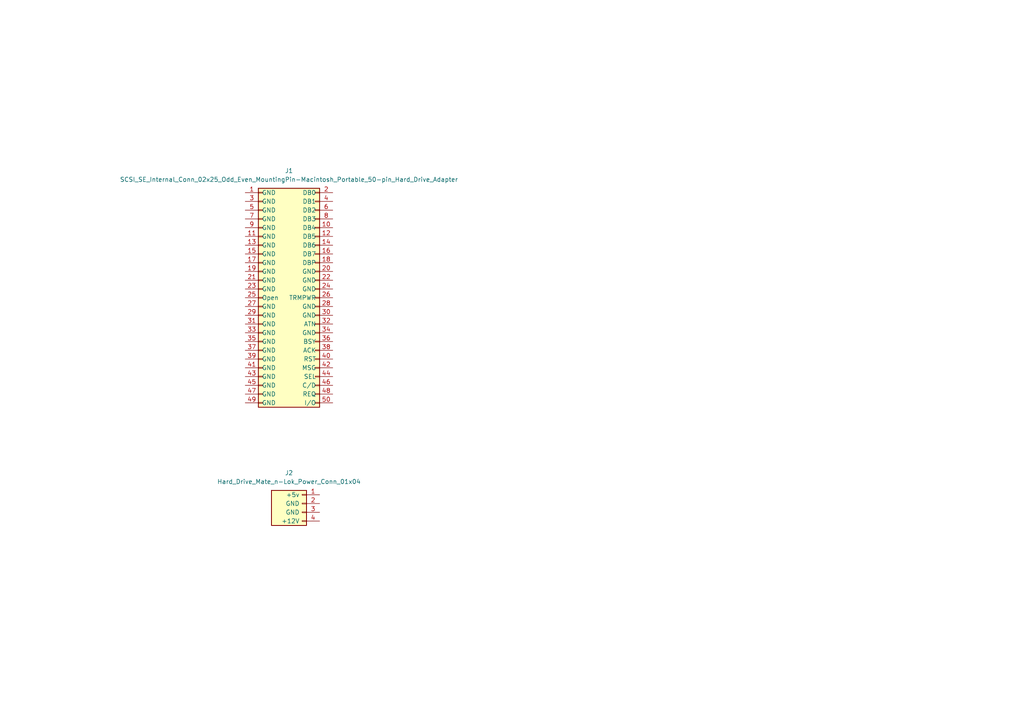
<source format=kicad_sch>
(kicad_sch (version 20211123) (generator eeschema)

  (uuid 401ead9c-288f-45c4-9f3b-dda29c514353)

  (paper "A4")

  (lib_symbols
    (symbol "project:Hard_Drive_Mate_n-Lok_Power_Conn_01x04" (pin_names (offset 2)) (in_bom yes) (on_board yes)
      (property "Reference" "J" (id 0) (at 0 6.35 0)
        (effects (font (size 1.27 1.27)))
      )
      (property "Value" "Hard_Drive_Mate_n-Lok_Power_Conn_01x04" (id 1) (at 0 -7.62 0)
        (effects (font (size 1.27 1.27)))
      )
      (property "Footprint" "" (id 2) (at 3.81 1.27 0)
        (effects (font (size 1.27 1.27)) hide)
      )
      (property "Datasheet" "~" (id 3) (at 3.81 1.27 0)
        (effects (font (size 1.27 1.27)) hide)
      )
      (property "ki_keywords" "connector" (id 4) (at 0 0 0)
        (effects (font (size 1.27 1.27)) hide)
      )
      (property "ki_description" "Generic connector, single row, 01x04, script generated (kicad-library-utils/schlib/autogen/connector/)" (id 5) (at 0 0 0)
        (effects (font (size 1.27 1.27)) hide)
      )
      (property "ki_fp_filters" "Connector*:*_1x??_*" (id 6) (at 0 0 0)
        (effects (font (size 1.27 1.27)) hide)
      )
      (symbol "Hard_Drive_Mate_n-Lok_Power_Conn_01x04_1_1"
        (rectangle (start -5.08 -5.08) (end 5.08 5.08)
          (stroke (width 0.254) (type default) (color 0 0 0 0))
          (fill (type background))
        )
        (rectangle (start 3.81 -3.937) (end 5.08 -3.683)
          (stroke (width 0.1524) (type default) (color 0 0 0 0))
          (fill (type none))
        )
        (rectangle (start 3.81 -1.397) (end 5.08 -1.143)
          (stroke (width 0.1524) (type default) (color 0 0 0 0))
          (fill (type none))
        )
        (rectangle (start 3.81 1.143) (end 5.08 1.397)
          (stroke (width 0.1524) (type default) (color 0 0 0 0))
          (fill (type none))
        )
        (rectangle (start 3.81 3.683) (end 5.08 3.937)
          (stroke (width 0.1524) (type default) (color 0 0 0 0))
          (fill (type none))
        )
        (pin output line (at 8.89 3.81 180) (length 3.81)
          (name "+5v" (effects (font (size 1.27 1.27))))
          (number "1" (effects (font (size 1.27 1.27))))
        )
        (pin power_out line (at 8.89 1.27 180) (length 3.81)
          (name "GND" (effects (font (size 1.27 1.27))))
          (number "2" (effects (font (size 1.27 1.27))))
        )
        (pin power_out line (at 8.89 -1.27 180) (length 3.81)
          (name "GND" (effects (font (size 1.27 1.27))))
          (number "3" (effects (font (size 1.27 1.27))))
        )
        (pin power_out line (at 8.89 -3.81 180) (length 3.81)
          (name "+12V" (effects (font (size 1.27 1.27))))
          (number "4" (effects (font (size 1.27 1.27))))
        )
      )
    )
    (symbol "project:SCSI_SE_Internal_Conn_02x25_Odd_Even_MountingPin-Macintosh_Portable_50-pin_Hard_Drive_Adapter" (pin_names (offset 1.016)) (in_bom yes) (on_board yes)
      (property "Reference" "J" (id 0) (at 0 33.02 0)
        (effects (font (size 1.27 1.27)))
      )
      (property "Value" "SCSI_SE_Internal_Conn_02x25_Odd_Even_MountingPin-Macintosh_Portable_50-pin_Hard_Drive_Adapter" (id 1) (at -24.13 -35.56 0)
        (effects (font (size 1.27 1.27)) (justify left))
      )
      (property "Footprint" "" (id 2) (at -7.62 0 0)
        (effects (font (size 1.27 1.27)) hide)
      )
      (property "Datasheet" "" (id 3) (at -7.62 0 0)
        (effects (font (size 1.27 1.27)) hide)
      )
      (property "ki_fp_filters" "Connector*:*_2x??-1MP*" (id 4) (at 0 0 0)
        (effects (font (size 1.27 1.27)) hide)
      )
      (symbol "SCSI_SE_Internal_Conn_02x25_Odd_Even_MountingPin-Macintosh_Portable_50-pin_Hard_Drive_Adapter_1_1"
        (rectangle (start -8.89 -30.353) (end -7.62 -30.607)
          (stroke (width 0.1524) (type default) (color 0 0 0 0))
          (fill (type none))
        )
        (rectangle (start -8.89 -27.813) (end -7.62 -28.067)
          (stroke (width 0.1524) (type default) (color 0 0 0 0))
          (fill (type none))
        )
        (rectangle (start -8.89 -25.273) (end -7.62 -25.527)
          (stroke (width 0.1524) (type default) (color 0 0 0 0))
          (fill (type none))
        )
        (rectangle (start -8.89 -22.733) (end -7.62 -22.987)
          (stroke (width 0.1524) (type default) (color 0 0 0 0))
          (fill (type none))
        )
        (rectangle (start -8.89 -20.193) (end -7.62 -20.447)
          (stroke (width 0.1524) (type default) (color 0 0 0 0))
          (fill (type none))
        )
        (rectangle (start -8.89 -17.653) (end -7.62 -17.907)
          (stroke (width 0.1524) (type default) (color 0 0 0 0))
          (fill (type none))
        )
        (rectangle (start -8.89 -15.113) (end -7.62 -15.367)
          (stroke (width 0.1524) (type default) (color 0 0 0 0))
          (fill (type none))
        )
        (rectangle (start -8.89 -12.573) (end -7.62 -12.827)
          (stroke (width 0.1524) (type default) (color 0 0 0 0))
          (fill (type none))
        )
        (rectangle (start -8.89 -10.033) (end -7.62 -10.287)
          (stroke (width 0.1524) (type default) (color 0 0 0 0))
          (fill (type none))
        )
        (rectangle (start -8.89 -7.493) (end -7.62 -7.747)
          (stroke (width 0.1524) (type default) (color 0 0 0 0))
          (fill (type none))
        )
        (rectangle (start -8.89 -4.953) (end -7.62 -5.207)
          (stroke (width 0.1524) (type default) (color 0 0 0 0))
          (fill (type none))
        )
        (rectangle (start -8.89 -2.413) (end -7.62 -2.667)
          (stroke (width 0.1524) (type default) (color 0 0 0 0))
          (fill (type none))
        )
        (rectangle (start -8.89 0.127) (end -7.62 -0.127)
          (stroke (width 0.1524) (type default) (color 0 0 0 0))
          (fill (type none))
        )
        (rectangle (start -8.89 2.667) (end -7.62 2.413)
          (stroke (width 0.1524) (type default) (color 0 0 0 0))
          (fill (type none))
        )
        (rectangle (start -8.89 5.207) (end -7.62 4.953)
          (stroke (width 0.1524) (type default) (color 0 0 0 0))
          (fill (type none))
        )
        (rectangle (start -8.89 7.747) (end -7.62 7.493)
          (stroke (width 0.1524) (type default) (color 0 0 0 0))
          (fill (type none))
        )
        (rectangle (start -8.89 10.287) (end -7.62 10.033)
          (stroke (width 0.1524) (type default) (color 0 0 0 0))
          (fill (type none))
        )
        (rectangle (start -8.89 12.827) (end -7.62 12.573)
          (stroke (width 0.1524) (type default) (color 0 0 0 0))
          (fill (type none))
        )
        (rectangle (start -8.89 15.367) (end -7.62 15.113)
          (stroke (width 0.1524) (type default) (color 0 0 0 0))
          (fill (type none))
        )
        (rectangle (start -8.89 17.907) (end -7.62 17.653)
          (stroke (width 0.1524) (type default) (color 0 0 0 0))
          (fill (type none))
        )
        (rectangle (start -8.89 20.447) (end -7.62 20.193)
          (stroke (width 0.1524) (type default) (color 0 0 0 0))
          (fill (type none))
        )
        (rectangle (start -8.89 22.987) (end -7.62 22.733)
          (stroke (width 0.1524) (type default) (color 0 0 0 0))
          (fill (type none))
        )
        (rectangle (start -8.89 25.527) (end -7.62 25.273)
          (stroke (width 0.1524) (type default) (color 0 0 0 0))
          (fill (type none))
        )
        (rectangle (start -8.89 28.067) (end -7.62 27.813)
          (stroke (width 0.1524) (type default) (color 0 0 0 0))
          (fill (type none))
        )
        (rectangle (start -8.89 30.607) (end -7.62 30.353)
          (stroke (width 0.1524) (type default) (color 0 0 0 0))
          (fill (type none))
        )
        (rectangle (start -8.89 31.75) (end 8.89 -31.75)
          (stroke (width 0.254) (type default) (color 0 0 0 0))
          (fill (type background))
        )
        (rectangle (start 8.89 -30.353) (end 7.62 -30.607)
          (stroke (width 0.1524) (type default) (color 0 0 0 0))
          (fill (type none))
        )
        (rectangle (start 8.89 -27.813) (end 7.62 -28.067)
          (stroke (width 0.1524) (type default) (color 0 0 0 0))
          (fill (type none))
        )
        (rectangle (start 8.89 -25.273) (end 7.62 -25.527)
          (stroke (width 0.1524) (type default) (color 0 0 0 0))
          (fill (type none))
        )
        (rectangle (start 8.89 -22.733) (end 7.62 -22.987)
          (stroke (width 0.1524) (type default) (color 0 0 0 0))
          (fill (type none))
        )
        (rectangle (start 8.89 -20.193) (end 7.62 -20.447)
          (stroke (width 0.1524) (type default) (color 0 0 0 0))
          (fill (type none))
        )
        (rectangle (start 8.89 -17.653) (end 7.62 -17.907)
          (stroke (width 0.1524) (type default) (color 0 0 0 0))
          (fill (type none))
        )
        (rectangle (start 8.89 -15.113) (end 7.62 -15.367)
          (stroke (width 0.1524) (type default) (color 0 0 0 0))
          (fill (type none))
        )
        (rectangle (start 8.89 -12.573) (end 7.62 -12.827)
          (stroke (width 0.1524) (type default) (color 0 0 0 0))
          (fill (type none))
        )
        (rectangle (start 8.89 -10.033) (end 7.62 -10.287)
          (stroke (width 0.1524) (type default) (color 0 0 0 0))
          (fill (type none))
        )
        (rectangle (start 8.89 -7.493) (end 7.62 -7.747)
          (stroke (width 0.1524) (type default) (color 0 0 0 0))
          (fill (type none))
        )
        (rectangle (start 8.89 -4.953) (end 7.62 -5.207)
          (stroke (width 0.1524) (type default) (color 0 0 0 0))
          (fill (type none))
        )
        (rectangle (start 8.89 -2.413) (end 7.62 -2.667)
          (stroke (width 0.1524) (type default) (color 0 0 0 0))
          (fill (type none))
        )
        (rectangle (start 8.89 0.127) (end 7.62 -0.127)
          (stroke (width 0.1524) (type default) (color 0 0 0 0))
          (fill (type none))
        )
        (rectangle (start 8.89 2.667) (end 7.62 2.413)
          (stroke (width 0.1524) (type default) (color 0 0 0 0))
          (fill (type none))
        )
        (rectangle (start 8.89 5.207) (end 7.62 4.953)
          (stroke (width 0.1524) (type default) (color 0 0 0 0))
          (fill (type none))
        )
        (rectangle (start 8.89 7.747) (end 7.62 7.493)
          (stroke (width 0.1524) (type default) (color 0 0 0 0))
          (fill (type none))
        )
        (rectangle (start 8.89 10.287) (end 7.62 10.033)
          (stroke (width 0.1524) (type default) (color 0 0 0 0))
          (fill (type none))
        )
        (rectangle (start 8.89 12.827) (end 7.62 12.573)
          (stroke (width 0.1524) (type default) (color 0 0 0 0))
          (fill (type none))
        )
        (rectangle (start 8.89 15.367) (end 7.62 15.113)
          (stroke (width 0.1524) (type default) (color 0 0 0 0))
          (fill (type none))
        )
        (rectangle (start 8.89 17.907) (end 7.62 17.653)
          (stroke (width 0.1524) (type default) (color 0 0 0 0))
          (fill (type none))
        )
        (rectangle (start 8.89 20.447) (end 7.62 20.193)
          (stroke (width 0.1524) (type default) (color 0 0 0 0))
          (fill (type none))
        )
        (rectangle (start 8.89 22.987) (end 7.62 22.733)
          (stroke (width 0.1524) (type default) (color 0 0 0 0))
          (fill (type none))
        )
        (rectangle (start 8.89 25.527) (end 7.62 25.273)
          (stroke (width 0.1524) (type default) (color 0 0 0 0))
          (fill (type none))
        )
        (rectangle (start 8.89 28.067) (end 7.62 27.813)
          (stroke (width 0.1524) (type default) (color 0 0 0 0))
          (fill (type none))
        )
        (rectangle (start 8.89 30.607) (end 7.62 30.353)
          (stroke (width 0.1524) (type default) (color 0 0 0 0))
          (fill (type none))
        )
        (pin passive line (at -12.7 30.48 0) (length 3.81)
          (name "GND" (effects (font (size 1.27 1.27))))
          (number "1" (effects (font (size 1.27 1.27))))
        )
        (pin bidirectional line (at 12.7 20.32 180) (length 3.81)
          (name "DB4" (effects (font (size 1.27 1.27))))
          (number "10" (effects (font (size 1.27 1.27))))
        )
        (pin passive line (at -12.7 17.78 0) (length 3.81)
          (name "GND" (effects (font (size 1.27 1.27))))
          (number "11" (effects (font (size 1.27 1.27))))
        )
        (pin bidirectional line (at 12.7 17.78 180) (length 3.81)
          (name "DB5" (effects (font (size 1.27 1.27))))
          (number "12" (effects (font (size 1.27 1.27))))
        )
        (pin passive line (at -12.7 15.24 0) (length 3.81)
          (name "GND" (effects (font (size 1.27 1.27))))
          (number "13" (effects (font (size 1.27 1.27))))
        )
        (pin bidirectional line (at 12.7 15.24 180) (length 3.81)
          (name "DB6" (effects (font (size 1.27 1.27))))
          (number "14" (effects (font (size 1.27 1.27))))
        )
        (pin passive line (at -12.7 12.7 0) (length 3.81)
          (name "GND" (effects (font (size 1.27 1.27))))
          (number "15" (effects (font (size 1.27 1.27))))
        )
        (pin bidirectional line (at 12.7 12.7 180) (length 3.81)
          (name "DB7" (effects (font (size 1.27 1.27))))
          (number "16" (effects (font (size 1.27 1.27))))
        )
        (pin passive line (at -12.7 10.16 0) (length 3.81)
          (name "GND" (effects (font (size 1.27 1.27))))
          (number "17" (effects (font (size 1.27 1.27))))
        )
        (pin bidirectional line (at 12.7 10.16 180) (length 3.81)
          (name "DBP" (effects (font (size 1.27 1.27))))
          (number "18" (effects (font (size 1.27 1.27))))
        )
        (pin passive line (at -12.7 7.62 0) (length 3.81)
          (name "GND" (effects (font (size 1.27 1.27))))
          (number "19" (effects (font (size 1.27 1.27))))
        )
        (pin bidirectional line (at 12.7 30.48 180) (length 3.81)
          (name "DB0" (effects (font (size 1.27 1.27))))
          (number "2" (effects (font (size 1.27 1.27))))
        )
        (pin passive line (at 12.7 7.62 180) (length 3.81)
          (name "GND" (effects (font (size 1.27 1.27))))
          (number "20" (effects (font (size 1.27 1.27))))
        )
        (pin passive line (at -12.7 5.08 0) (length 3.81)
          (name "GND" (effects (font (size 1.27 1.27))))
          (number "21" (effects (font (size 1.27 1.27))))
        )
        (pin passive line (at 12.7 5.08 180) (length 3.81)
          (name "GND" (effects (font (size 1.27 1.27))))
          (number "22" (effects (font (size 1.27 1.27))))
        )
        (pin passive line (at -12.7 2.54 0) (length 3.81)
          (name "GND" (effects (font (size 1.27 1.27))))
          (number "23" (effects (font (size 1.27 1.27))))
        )
        (pin passive line (at 12.7 2.54 180) (length 3.81)
          (name "GND" (effects (font (size 1.27 1.27))))
          (number "24" (effects (font (size 1.27 1.27))))
        )
        (pin passive line (at -12.7 0 0) (length 3.81)
          (name "Open" (effects (font (size 1.27 1.27))))
          (number "25" (effects (font (size 1.27 1.27))))
        )
        (pin bidirectional line (at 12.7 0 180) (length 3.81)
          (name "TRMPWR" (effects (font (size 1.27 1.27))))
          (number "26" (effects (font (size 1.27 1.27))))
        )
        (pin passive line (at -12.7 -2.54 0) (length 3.81)
          (name "GND" (effects (font (size 1.27 1.27))))
          (number "27" (effects (font (size 1.27 1.27))))
        )
        (pin passive line (at 12.7 -2.54 180) (length 3.81)
          (name "GND" (effects (font (size 1.27 1.27))))
          (number "28" (effects (font (size 1.27 1.27))))
        )
        (pin passive line (at -12.7 -5.08 0) (length 3.81)
          (name "GND" (effects (font (size 1.27 1.27))))
          (number "29" (effects (font (size 1.27 1.27))))
        )
        (pin passive line (at -12.7 27.94 0) (length 3.81)
          (name "GND" (effects (font (size 1.27 1.27))))
          (number "3" (effects (font (size 1.27 1.27))))
        )
        (pin bidirectional line (at 12.7 -5.08 180) (length 3.81)
          (name "GND" (effects (font (size 1.27 1.27))))
          (number "30" (effects (font (size 1.27 1.27))))
        )
        (pin passive line (at -12.7 -7.62 0) (length 3.81)
          (name "GND" (effects (font (size 1.27 1.27))))
          (number "31" (effects (font (size 1.27 1.27))))
        )
        (pin input line (at 12.7 -7.62 180) (length 3.81)
          (name "ATN" (effects (font (size 1.27 1.27))))
          (number "32" (effects (font (size 1.27 1.27))))
        )
        (pin passive line (at -12.7 -10.16 0) (length 3.81)
          (name "GND" (effects (font (size 1.27 1.27))))
          (number "33" (effects (font (size 1.27 1.27))))
        )
        (pin passive line (at 12.7 -10.16 180) (length 3.81)
          (name "GND" (effects (font (size 1.27 1.27))))
          (number "34" (effects (font (size 1.27 1.27))))
        )
        (pin passive line (at -12.7 -12.7 0) (length 3.81)
          (name "GND" (effects (font (size 1.27 1.27))))
          (number "35" (effects (font (size 1.27 1.27))))
        )
        (pin bidirectional line (at 12.7 -12.7 180) (length 3.81)
          (name "BSY" (effects (font (size 1.27 1.27))))
          (number "36" (effects (font (size 1.27 1.27))))
        )
        (pin passive line (at -12.7 -15.24 0) (length 3.81)
          (name "GND" (effects (font (size 1.27 1.27))))
          (number "37" (effects (font (size 1.27 1.27))))
        )
        (pin input line (at 12.7 -15.24 180) (length 3.81)
          (name "ACK" (effects (font (size 1.27 1.27))))
          (number "38" (effects (font (size 1.27 1.27))))
        )
        (pin passive line (at -12.7 -17.78 0) (length 3.81)
          (name "GND" (effects (font (size 1.27 1.27))))
          (number "39" (effects (font (size 1.27 1.27))))
        )
        (pin bidirectional line (at 12.7 27.94 180) (length 3.81)
          (name "DB1" (effects (font (size 1.27 1.27))))
          (number "4" (effects (font (size 1.27 1.27))))
        )
        (pin bidirectional line (at 12.7 -17.78 180) (length 3.81)
          (name "RST" (effects (font (size 1.27 1.27))))
          (number "40" (effects (font (size 1.27 1.27))))
        )
        (pin passive line (at -12.7 -20.32 0) (length 3.81)
          (name "GND" (effects (font (size 1.27 1.27))))
          (number "41" (effects (font (size 1.27 1.27))))
        )
        (pin output line (at 12.7 -20.32 180) (length 3.81)
          (name "MSG" (effects (font (size 1.27 1.27))))
          (number "42" (effects (font (size 1.27 1.27))))
        )
        (pin passive line (at -12.7 -22.86 0) (length 3.81)
          (name "GND" (effects (font (size 1.27 1.27))))
          (number "43" (effects (font (size 1.27 1.27))))
        )
        (pin bidirectional line (at 12.7 -22.86 180) (length 3.81)
          (name "SEL" (effects (font (size 1.27 1.27))))
          (number "44" (effects (font (size 1.27 1.27))))
        )
        (pin passive line (at -12.7 -25.4 0) (length 3.81)
          (name "GND" (effects (font (size 1.27 1.27))))
          (number "45" (effects (font (size 1.27 1.27))))
        )
        (pin output line (at 12.7 -25.4 180) (length 3.81)
          (name "C/D" (effects (font (size 1.27 1.27))))
          (number "46" (effects (font (size 1.27 1.27))))
        )
        (pin passive line (at -12.7 -27.94 0) (length 3.81)
          (name "GND" (effects (font (size 1.27 1.27))))
          (number "47" (effects (font (size 1.27 1.27))))
        )
        (pin output line (at 12.7 -27.94 180) (length 3.81)
          (name "REQ" (effects (font (size 1.27 1.27))))
          (number "48" (effects (font (size 1.27 1.27))))
        )
        (pin passive line (at -12.7 -30.48 0) (length 3.81)
          (name "GND" (effects (font (size 1.27 1.27))))
          (number "49" (effects (font (size 1.27 1.27))))
        )
        (pin passive line (at -12.7 25.4 0) (length 3.81)
          (name "GND" (effects (font (size 1.27 1.27))))
          (number "5" (effects (font (size 1.27 1.27))))
        )
        (pin bidirectional line (at 12.7 -30.48 180) (length 3.81)
          (name "I/O" (effects (font (size 1.27 1.27))))
          (number "50" (effects (font (size 1.27 1.27))))
        )
        (pin bidirectional line (at 12.7 25.4 180) (length 3.81)
          (name "DB2" (effects (font (size 1.27 1.27))))
          (number "6" (effects (font (size 1.27 1.27))))
        )
        (pin passive line (at -12.7 22.86 0) (length 3.81)
          (name "GND" (effects (font (size 1.27 1.27))))
          (number "7" (effects (font (size 1.27 1.27))))
        )
        (pin bidirectional line (at 12.7 22.86 180) (length 3.81)
          (name "DB3" (effects (font (size 1.27 1.27))))
          (number "8" (effects (font (size 1.27 1.27))))
        )
        (pin passive line (at -12.7 20.32 0) (length 3.81)
          (name "GND" (effects (font (size 1.27 1.27))))
          (number "9" (effects (font (size 1.27 1.27))))
        )
      )
    )
  )


  (symbol (lib_id "project:Hard_Drive_Mate_n-Lok_Power_Conn_01x04") (at 83.82 147.32 0) (unit 1)
    (in_bom yes) (on_board yes) (fields_autoplaced)
    (uuid aaffafd5-11ef-4a73-a6cf-129e1b846e12)
    (property "Reference" "J2" (id 0) (at 83.82 137.16 0))
    (property "Value" "Hard_Drive_Mate_n-Lok_Power_Conn_01x04" (id 1) (at 83.82 139.7 0))
    (property "Footprint" "project:TE_MATE-N-LOK_770846-1_1x04_P5.08mm_Horizontal_Under" (id 2) (at 87.63 146.05 0)
      (effects (font (size 1.27 1.27)) hide)
    )
    (property "Datasheet" "~" (id 3) (at 87.63 146.05 0)
      (effects (font (size 1.27 1.27)) hide)
    )
    (pin "1" (uuid 20f284fd-b08c-484b-a7a6-28a4ddcdda57))
    (pin "2" (uuid e9a97804-9a2e-40e9-98b7-248a75b44069))
    (pin "3" (uuid 15ee95a9-89eb-4f0b-b09f-fbbfbc882713))
    (pin "4" (uuid b1473682-dfbd-442d-aa67-e5be2ff21413))
  )

  (symbol (lib_id "project:SCSI_SE_Internal_Conn_02x25_Odd_Even_MountingPin-Macintosh_Portable_50-pin_Hard_Drive_Adapter") (at 83.82 86.36 0) (unit 1)
    (in_bom yes) (on_board yes) (fields_autoplaced)
    (uuid c04ef732-5e27-4bd0-ad87-7d3ba304d567)
    (property "Reference" "J1" (id 0) (at 83.82 49.53 0))
    (property "Value" "SCSI_SE_Internal_Conn_02x25_Odd_Even_MountingPin-Macintosh_Portable_50-pin_Hard_Drive_Adapter" (id 1) (at 83.82 52.07 0))
    (property "Footprint" "project:IDC-Header_2x25_P2.54mm_Horizontal_Under" (id 2) (at 76.2 86.36 0)
      (effects (font (size 1.27 1.27)) hide)
    )
    (property "Datasheet" "" (id 3) (at 76.2 86.36 0)
      (effects (font (size 1.27 1.27)) hide)
    )
    (pin "1" (uuid b4f450ab-b735-476c-8f93-e4551a5b7880))
    (pin "10" (uuid 17bfdb20-aa47-47ba-83eb-45d75f1255ea))
    (pin "11" (uuid dd64de23-f859-428f-a732-e18e01786856))
    (pin "12" (uuid 39488ef3-7f66-4ecd-ac74-6f5181b9d116))
    (pin "13" (uuid d72b923e-92d1-4850-80c5-056cf2744860))
    (pin "14" (uuid 2efe1aee-756e-426a-9aaf-4705da3a9b20))
    (pin "15" (uuid a7bb0c51-40de-4394-bbb8-0692ba00314d))
    (pin "16" (uuid eb0e98ad-b69b-479f-aa89-faaa3b433a5c))
    (pin "17" (uuid 6b853e66-561e-4194-ac5c-a7a138a2838d))
    (pin "18" (uuid d7ed74dc-8482-47f1-a7ae-0ba2ea6516c4))
    (pin "19" (uuid 4ecb8a62-61c5-44b1-a68a-a90308ffadc6))
    (pin "2" (uuid 27228b29-2f1b-4f28-8b29-a8196174d711))
    (pin "20" (uuid 99e13536-f34f-4b82-97c3-153c793256e6))
    (pin "21" (uuid d76303b1-4cc0-4386-9547-476a992ae502))
    (pin "22" (uuid 76d753e4-777b-406b-b0e8-661830ed1738))
    (pin "23" (uuid c1c20405-5285-446a-83db-636b530c834c))
    (pin "24" (uuid 187d71b3-8efd-424b-8b1f-c65b35d090fc))
    (pin "25" (uuid 269996c8-d561-4dd8-a002-87c8dd854e52))
    (pin "26" (uuid c248b323-a835-4777-ab4c-e94fd7259afe))
    (pin "27" (uuid 35f3eeb0-d1d3-4d10-93bd-5bd5a50c6dc2))
    (pin "28" (uuid b5480c38-1058-4189-ab5f-a98423d7aff8))
    (pin "29" (uuid cdf7704d-e22d-401e-9df9-81ef82bb6af5))
    (pin "3" (uuid 4e8ab04c-67d7-4373-98de-833816361f89))
    (pin "30" (uuid 2b4fe2a1-79a3-4308-bb43-420443045232))
    (pin "31" (uuid d02c51ae-0ca7-4d4f-82f0-672f25883a8a))
    (pin "32" (uuid 61364b56-e2b8-414f-8355-2122b5454e72))
    (pin "33" (uuid 4d0a9d51-7471-4600-b87f-0824cfa58d5d))
    (pin "34" (uuid 7c350219-0af8-4448-bf2a-14e32b42b742))
    (pin "35" (uuid bff2a78c-7562-4197-8be0-95d14f43400c))
    (pin "36" (uuid d1556d0d-c8e1-45ea-ae03-d1cd571b38fe))
    (pin "37" (uuid 13742f24-3393-4637-ba68-a17fc082f6e6))
    (pin "38" (uuid b8bc3bd6-a104-489e-aa29-c0da238b1603))
    (pin "39" (uuid 2f2e277a-3ed4-43f9-999c-b7ee8cbe1849))
    (pin "4" (uuid 83a41f25-c42f-4204-96d3-af849bb0f098))
    (pin "40" (uuid 52b29fb4-eb7f-4b12-9e22-d3bdabb6e50e))
    (pin "41" (uuid 4de145c8-8a0d-4cb9-bb9a-5870bb276cf8))
    (pin "42" (uuid f42965ec-766e-48fa-9f19-82e138d5a3e0))
    (pin "43" (uuid 26d3c632-857f-4449-a223-b9f41f30307e))
    (pin "44" (uuid 810e786d-d342-4c11-b38d-244005223073))
    (pin "45" (uuid c88b2080-d71f-4b89-9e55-e07d9de2e61d))
    (pin "46" (uuid 1be7e932-d374-4414-949e-8af27c62c341))
    (pin "47" (uuid 0fe8cea6-316a-4aa6-98ab-d2ba9bd6766a))
    (pin "48" (uuid ead46272-4bcd-471e-98de-8e6bc7285b95))
    (pin "49" (uuid 1fc0a35e-b517-4b94-89cb-b2b9bbdf8312))
    (pin "5" (uuid 12963e0f-7788-406c-9bb5-13cd254332da))
    (pin "50" (uuid cd164866-a131-4160-b953-a5dac7f1e2fc))
    (pin "6" (uuid 8afd1a8b-c46c-473b-a412-899fc9028b73))
    (pin "7" (uuid 39da0b79-888b-4c3d-97b1-43651b468044))
    (pin "8" (uuid e62e35c1-f1c7-4a50-8d20-f027745bceae))
    (pin "9" (uuid df910d54-ec26-4638-9db5-0d96729d1c92))
  )

  (sheet_instances
    (path "/" (page "1"))
  )

  (symbol_instances
    (path "/c04ef732-5e27-4bd0-ad87-7d3ba304d567"
      (reference "J1") (unit 1) (value "SCSI_SE_Internal_Conn_02x25_Odd_Even_MountingPin-Macintosh_Portable_50-pin_Hard_Drive_Adapter") (footprint "project:IDC-Header_2x25_P2.54mm_Horizontal_Under")
    )
    (path "/aaffafd5-11ef-4a73-a6cf-129e1b846e12"
      (reference "J2") (unit 1) (value "Hard_Drive_Mate_n-Lok_Power_Conn_01x04") (footprint "project:TE_MATE-N-LOK_770846-1_1x04_P5.08mm_Horizontal_Under")
    )
  )
)

</source>
